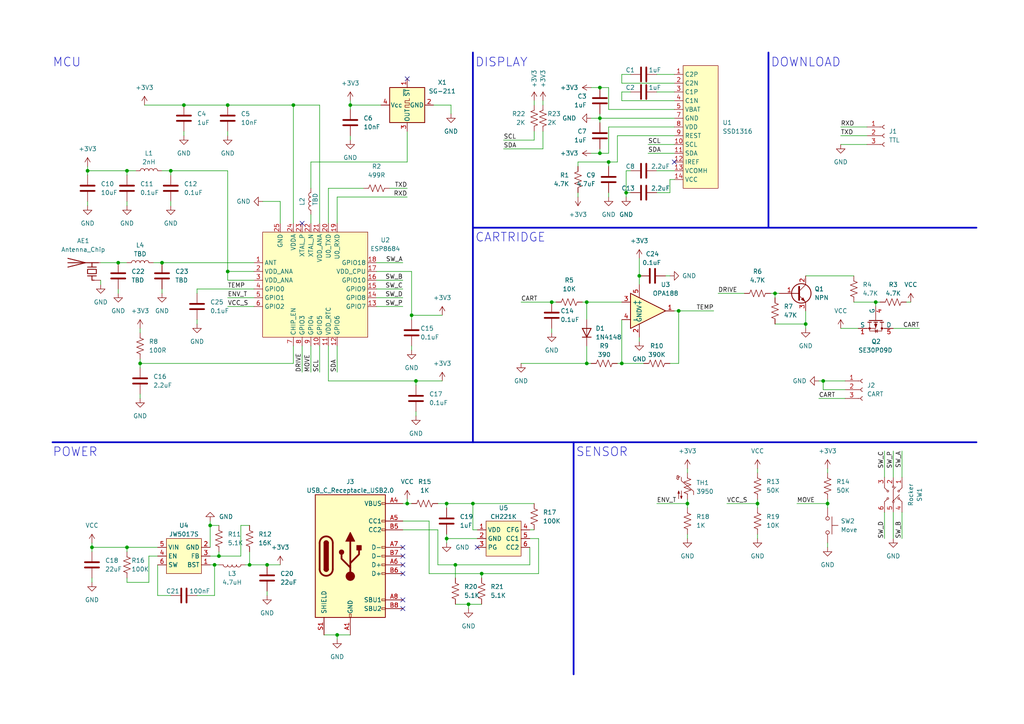
<source format=kicad_sch>
(kicad_sch (version 20221004) (generator eeschema)
  (paper "A4")
  (title_block (title "ESP PD210") (date "2022-07-28") (rev "Bata0") (company "LassiCat Organization") (comment 1 "Author: CharlieYu4994") (comment 2 "Original Work: 星宇智控"))
  (junction (at 199.39 146.05))
  (junction (at 219.71 146.05))
  (junction (at 238.76 110.49))
  (junction (at 72.39 163.83))
  (junction (at 25.4 49.53))
  (junction (at 139.7 166.37))
  (junction (at 233.68 93.98))
  (junction (at 97.79 184.15))
  (junction (at 63.5 161.29))
  (junction (at 34.29 76.2))
  (junction (at 135.89 175.26))
  (junction (at 49.53 49.53))
  (junction (at 137.16 146.05))
  (junction (at 36.83 158.75))
  (junction (at 181.61 55.88))
  (junction (at 46.99 76.2))
  (junction (at 36.83 49.53))
  (junction (at 170.18 87.63))
  (junction (at 132.08 163.83))
  (junction (at 173.99 25.4))
  (junction (at 240.03 146.05))
  (junction (at 118.11 146.05))
  (junction (at 254 87.63))
  (junction (at 62.23 163.83))
  (junction (at 173.99 44.45))
  (junction (at 160.02 87.63))
  (junction (at 196.85 90.17))
  (junction (at 120.65 110.49))
  (junction (at 101.6 30.48))
  (junction (at 77.47 163.83))
  (junction (at 26.67 158.75))
  (junction (at 129.54 146.05))
  (junction (at 60.96 152.4))
  (junction (at 40.64 105.41))
  (junction (at 85.09 30.48))
  (junction (at 170.18 105.41))
  (junction (at 129.54 156.21))
  (junction (at 173.99 34.29))
  (junction (at 66.04 78.74))
  (junction (at 185.42 80.01))
  (junction (at 119.38 91.44))
  (junction (at 66.04 30.48))
  (junction (at 53.34 30.48))
  (junction (at 176.53 46.99))
  (junction (at 180.34 105.41))
  (junction (at 224.79 85.09))
  (no_connect (at 118.11 22.86))
  (no_connect (at 116.84 158.75))
  (no_connect (at 195.58 46.99))
  (no_connect (at 138.43 158.75))
  (no_connect (at 87.63 64.77))
  (no_connect (at 116.84 176.53))
  (no_connect (at 116.84 173.99))
  (no_connect (at 116.84 166.37))
  (no_connect (at 116.84 163.83))
  (no_connect (at 116.84 161.29))
  (wire (pts (xy 170.18 105.41) (xy 171.45 105.41)))
  (wire (pts (xy 66.04 86.36) (xy 73.66 86.36)))
  (wire (pts (xy 129.54 157.48) (xy 129.54 156.21)))
  (wire (pts (xy 101.6 30.48) (xy 101.6 31.75)))
  (wire (pts (xy 240.03 144.78) (xy 240.03 146.05)))
  (wire (pts (xy 190.5 26.67) (xy 195.58 26.67)))
  (wire (pts (xy 254 87.63) (xy 255.27 87.63)))
  (wire (pts (xy 46.99 76.2) (xy 73.66 76.2)))
  (wire (pts (xy 71.12 163.83) (xy 72.39 163.83)))
  (wire (pts (xy 181.61 55.88) (xy 182.88 55.88)))
  (wire (pts (xy 224.79 85.09) (xy 226.06 85.09)))
  (wire (pts (xy 53.34 38.1) (xy 53.34 39.37)))
  (wire (pts (xy 69.85 152.4) (xy 72.39 152.4)))
  (wire (pts (xy 208.28 85.09) (xy 215.9 85.09)))
  (wire (pts (xy 132.08 175.26) (xy 135.89 175.26)))
  (polyline (pts (xy 15.24 128.27) (xy 166.37 128.27)) (stroke (width 0.5) (type solid)))
  (wire (pts (xy 176.53 36.83) (xy 176.53 44.45)))
  (wire (pts (xy 181.61 57.15) (xy 181.61 55.88)))
  (wire (pts (xy 43.18 168.91) (xy 43.18 161.29)))
  (wire (pts (xy 36.83 49.53) (xy 36.83 50.8)))
  (wire (pts (xy 40.64 104.14) (xy 40.64 105.41)))
  (wire (pts (xy 95.25 64.77) (xy 95.25 54.61)))
  (wire (pts (xy 179.07 105.41) (xy 180.34 105.41)))
  (wire (pts (xy 72.39 160.02) (xy 72.39 163.83)))
  (wire (pts (xy 182.88 49.53) (xy 181.61 49.53)))
  (wire (pts (xy 240.03 135.89) (xy 240.03 137.16)))
  (wire (pts (xy 129.54 146.05) (xy 137.16 146.05)))
  (wire (pts (xy 196.85 90.17) (xy 207.01 90.17)))
  (wire (pts (xy 101.6 30.48) (xy 110.49 30.48)))
  (wire (pts (xy 40.64 95.25) (xy 40.64 96.52)))
  (polyline (pts (xy 222.885 15.24) (xy 222.885 66.04)) (stroke (width 0.5) (type solid)))
  (wire (pts (xy 36.83 168.91) (xy 36.83 167.64)))
  (wire (pts (xy 170.18 87.63) (xy 180.34 87.63)))
  (wire (pts (xy 66.04 30.48) (xy 85.09 30.48)))
  (wire (pts (xy 173.99 35.56) (xy 173.99 34.29)))
  (wire (pts (xy 69.85 161.29) (xy 69.85 152.4)))
  (wire (pts (xy 73.66 81.28) (xy 66.04 81.28)))
  (wire (pts (xy 180.34 105.41) (xy 186.69 105.41)))
  (wire (pts (xy 90.17 100.33) (xy 90.17 107.95)))
  (wire (pts (xy 36.83 158.75) (xy 45.72 158.75)))
  (wire (pts (xy 119.38 91.44) (xy 119.38 78.74)))
  (wire (pts (xy 187.96 41.91) (xy 195.58 41.91)))
  (wire (pts (xy 116.84 76.2) (xy 109.22 76.2)))
  (wire (pts (xy 63.5 160.02) (xy 63.5 161.29)))
  (wire (pts (xy 39.37 49.53) (xy 36.83 49.53)))
  (wire (pts (xy 254 87.63) (xy 254 88.9)))
  (wire (pts (xy 119.38 92.71) (xy 119.38 91.44)))
  (wire (pts (xy 66.04 78.74) (xy 66.04 81.28)))
  (wire (pts (xy 109.22 86.36) (xy 116.84 86.36)))
  (wire (pts (xy 176.53 31.75) (xy 176.53 25.4)))
  (wire (pts (xy 156.21 156.21) (xy 156.21 166.37)))
  (wire (pts (xy 137.16 146.05) (xy 137.16 153.67)))
  (wire (pts (xy 173.99 44.45) (xy 176.53 44.45)))
  (wire (pts (xy 137.16 153.67) (xy 138.43 153.67)))
  (wire (pts (xy 154.94 29.21) (xy 154.94 30.48)))
  (wire (pts (xy 62.23 163.83) (xy 62.23 172.72)))
  (wire (pts (xy 120.65 110.49) (xy 128.27 110.49)))
  (wire (pts (xy 180.34 26.67) (xy 182.88 26.67)))
  (wire (pts (xy 194.31 80.01) (xy 193.04 80.01)))
  (wire (pts (xy 135.89 176.53) (xy 135.89 175.26)))
  (wire (pts (xy 190.5 146.05) (xy 199.39 146.05)))
  (wire (pts (xy 171.45 25.4) (xy 173.99 25.4)))
  (wire (pts (xy 129.54 147.32) (xy 129.54 146.05)))
  (wire (pts (xy 139.7 166.37) (xy 124.46 166.37)))
  (wire (pts (xy 36.83 59.69) (xy 36.83 58.42)))
  (wire (pts (xy 137.16 146.05) (xy 154.94 146.05)))
  (polyline (pts (xy 166.37 195.58) (xy 166.37 128.27)) (stroke (width 0.5) (type solid)))
  (wire (pts (xy 62.23 163.83) (xy 60.96 163.83)))
  (wire (pts (xy 125.73 30.48) (xy 130.81 30.48)))
  (wire (pts (xy 153.67 158.75) (xy 153.67 163.83)))
  (polyline (pts (xy 137.16 15.24) (xy 137.16 128.27)) (stroke (width 0.5) (type solid)))
  (wire (pts (xy 196.85 105.41) (xy 194.31 105.41)))
  (wire (pts (xy 25.4 48.26) (xy 25.4 49.53)))
  (wire (pts (xy 238.76 113.03) (xy 245.11 113.03)))
  (wire (pts (xy 243.84 36.83) (xy 251.46 36.83)))
  (wire (pts (xy 167.64 46.99) (xy 167.64 48.26)))
  (wire (pts (xy 57.15 92.71) (xy 57.15 93.98)))
  (wire (pts (xy 43.18 161.29) (xy 45.72 161.29)))
  (wire (pts (xy 176.53 55.88) (xy 176.53 57.15)))
  (wire (pts (xy 195.58 39.37) (xy 179.07 39.37)))
  (wire (pts (xy 95.25 54.61) (xy 105.41 54.61)))
  (wire (pts (xy 132.08 163.83) (xy 127 163.83)))
  (wire (pts (xy 119.38 101.6) (xy 119.38 100.33)))
  (wire (pts (xy 233.68 93.98) (xy 233.68 95.25)))
  (wire (pts (xy 139.7 167.64) (xy 139.7 166.37)))
  (wire (pts (xy 101.6 29.21) (xy 101.6 30.48)))
  (wire (pts (xy 154.94 40.64) (xy 154.94 38.1)))
  (wire (pts (xy 138.43 156.21) (xy 129.54 156.21)))
  (wire (pts (xy 118.11 146.05) (xy 116.84 146.05)))
  (wire (pts (xy 157.48 29.21) (xy 157.48 30.48)))
  (wire (pts (xy 90.17 46.99) (xy 118.11 46.99)))
  (wire (pts (xy 60.96 152.4) (xy 63.5 152.4)))
  (wire (pts (xy 219.71 135.89) (xy 219.71 137.16)))
  (wire (pts (xy 146.05 40.64) (xy 154.94 40.64)))
  (wire (pts (xy 53.34 30.48) (xy 66.04 30.48)))
  (wire (pts (xy 120.65 111.76) (xy 120.65 110.49)))
  (wire (pts (xy 118.11 38.1) (xy 118.11 46.99)))
  (wire (pts (xy 118.11 144.78) (xy 118.11 146.05)))
  (wire (pts (xy 194.31 52.07) (xy 194.31 55.88)))
  (wire (pts (xy 81.28 58.42) (xy 81.28 64.77)))
  (wire (pts (xy 43.18 168.91) (xy 36.83 168.91)))
  (wire (pts (xy 187.96 44.45) (xy 195.58 44.45)))
  (wire (pts (xy 130.81 30.48) (xy 130.81 33.02)))
  (wire (pts (xy 190.5 21.59) (xy 195.58 21.59)))
  (wire (pts (xy 119.38 91.44) (xy 128.27 91.44)))
  (wire (pts (xy 185.42 97.79) (xy 185.42 99.06)))
  (wire (pts (xy 238.76 110.49) (xy 238.76 113.03)))
  (wire (pts (xy 219.71 147.32) (xy 219.71 146.05)))
  (wire (pts (xy 256.54 130.81) (xy 256.54 138.43)))
  (wire (pts (xy 173.99 34.29) (xy 195.58 34.29)))
  (wire (pts (xy 195.58 52.07) (xy 194.31 52.07)))
  (wire (pts (xy 40.64 115.57) (xy 40.64 114.3)))
  (wire (pts (xy 26.67 157.48) (xy 26.67 158.75)))
  (wire (pts (xy 170.18 87.63) (xy 168.91 87.63)))
  (wire (pts (xy 233.68 90.17) (xy 233.68 93.98)))
  (wire (pts (xy 219.71 146.05) (xy 219.71 144.78)))
  (wire (pts (xy 224.79 85.09) (xy 224.79 86.36)))
  (wire (pts (xy 109.22 83.82) (xy 116.84 83.82)))
  (wire (pts (xy 237.49 110.49) (xy 238.76 110.49)))
  (wire (pts (xy 170.18 87.63) (xy 170.18 92.71)))
  (wire (pts (xy 77.47 171.45) (xy 77.47 172.72)))
  (wire (pts (xy 167.64 46.99) (xy 176.53 46.99)))
  (wire (pts (xy 185.42 74.93) (xy 185.42 80.01)))
  (wire (pts (xy 29.21 81.28) (xy 29.21 82.55)))
  (wire (pts (xy 57.15 172.72) (xy 62.23 172.72)))
  (wire (pts (xy 153.67 153.67) (xy 154.94 153.67)))
  (wire (pts (xy 135.89 175.26) (xy 139.7 175.26)))
  (wire (pts (xy 173.99 25.4) (xy 176.53 25.4)))
  (wire (pts (xy 57.15 85.09) (xy 57.15 83.82)))
  (wire (pts (xy 146.05 43.18) (xy 157.48 43.18)))
  (wire (pts (xy 171.45 34.29) (xy 173.99 34.29)))
  (wire (pts (xy 26.67 158.75) (xy 36.83 158.75)))
  (wire (pts (xy 25.4 50.8) (xy 25.4 49.53)))
  (wire (pts (xy 180.34 21.59) (xy 182.88 21.59)))
  (wire (pts (xy 93.98 184.15) (xy 97.79 184.15)))
  (wire (pts (xy 170.18 100.33) (xy 170.18 105.41)))
  (wire (pts (xy 46.99 49.53) (xy 49.53 49.53)))
  (wire (pts (xy 176.53 46.99) (xy 176.53 48.26)))
  (wire (pts (xy 85.09 100.33) (xy 85.09 105.41)))
  (wire (pts (xy 109.22 81.28) (xy 116.84 81.28)))
  (wire (pts (xy 97.79 57.15) (xy 118.11 57.15)))
  (wire (pts (xy 49.53 59.69) (xy 49.53 58.42)))
  (wire (pts (xy 97.79 184.15) (xy 97.79 185.42)))
  (wire (pts (xy 72.39 163.83) (xy 77.47 163.83)))
  (polyline (pts (xy 283.21 66.04) (xy 137.16 66.04)) (stroke (width 0.5) (type solid)))
  (wire (pts (xy 124.46 166.37) (xy 124.46 151.13)))
  (wire (pts (xy 196.85 90.17) (xy 196.85 105.41)))
  (wire (pts (xy 199.39 156.21) (xy 199.39 154.94)))
  (wire (pts (xy 210.82 146.05) (xy 219.71 146.05)))
  (wire (pts (xy 223.52 85.09) (xy 224.79 85.09)))
  (wire (pts (xy 176.53 46.99) (xy 179.07 46.99)))
  (wire (pts (xy 180.34 24.13) (xy 195.58 24.13)))
  (wire (pts (xy 41.91 30.48) (xy 53.34 30.48)))
  (wire (pts (xy 151.13 87.63) (xy 160.02 87.63)))
  (wire (pts (xy 199.39 135.89) (xy 199.39 137.16)))
  (wire (pts (xy 120.65 120.65) (xy 120.65 119.38)))
  (wire (pts (xy 66.04 49.53) (xy 66.04 78.74)))
  (wire (pts (xy 160.02 96.52) (xy 160.02 95.25)))
  (wire (pts (xy 124.46 151.13) (xy 116.84 151.13)))
  (wire (pts (xy 259.08 156.21) (xy 259.08 148.59)))
  (wire (pts (xy 176.53 36.83) (xy 195.58 36.83)))
  (wire (pts (xy 171.45 44.45) (xy 173.99 44.45)))
  (wire (pts (xy 44.45 76.2) (xy 46.99 76.2)))
  (wire (pts (xy 25.4 59.69) (xy 25.4 58.42)))
  (wire (pts (xy 129.54 156.21) (xy 129.54 154.94)))
  (wire (pts (xy 167.64 55.88) (xy 167.64 57.15)))
  (wire (pts (xy 49.53 49.53) (xy 66.04 49.53)))
  (wire (pts (xy 180.34 29.21) (xy 195.58 29.21)))
  (wire (pts (xy 92.71 100.33) (xy 92.71 107.95)))
  (wire (pts (xy 153.67 163.83) (xy 132.08 163.83)))
  (wire (pts (xy 34.29 85.09) (xy 34.29 83.82)))
  (wire (pts (xy 49.53 49.53) (xy 49.53 50.8)))
  (wire (pts (xy 243.84 95.25) (xy 248.92 95.25)))
  (wire (pts (xy 179.07 39.37) (xy 179.07 46.99)))
  (wire (pts (xy 231.14 146.05) (xy 240.03 146.05)))
  (wire (pts (xy 181.61 49.53) (xy 181.61 55.88)))
  (wire (pts (xy 60.96 161.29) (xy 63.5 161.29)))
  (wire (pts (xy 77.47 163.83) (xy 81.28 163.83)))
  (wire (pts (xy 90.17 62.23) (xy 90.17 64.77)))
  (wire (pts (xy 151.13 105.41) (xy 170.18 105.41)))
  (wire (pts (xy 261.62 130.81) (xy 261.62 138.43)))
  (wire (pts (xy 63.5 161.29) (xy 69.85 161.29)))
  (wire (pts (xy 176.53 31.75) (xy 195.58 31.75)))
  (wire (pts (xy 195.58 90.17) (xy 196.85 90.17)))
  (wire (pts (xy 116.84 88.9) (xy 109.22 88.9)))
  (wire (pts (xy 194.31 55.88) (xy 190.5 55.88)))
  (wire (pts (xy 57.15 83.82) (xy 73.66 83.82)))
  (wire (pts (xy 156.21 166.37) (xy 139.7 166.37)))
  (wire (pts (xy 127 163.83) (xy 127 153.67)))
  (wire (pts (xy 66.04 78.74) (xy 73.66 78.74)))
  (wire (pts (xy 238.76 110.49) (xy 245.11 110.49)))
  (wire (pts (xy 92.71 30.48) (xy 85.09 30.48)))
  (wire (pts (xy 264.16 87.63) (xy 262.89 87.63)))
  (wire (pts (xy 243.84 41.91) (xy 251.46 41.91)))
  (wire (pts (xy 240.03 146.05) (xy 240.03 147.32)))
  (wire (pts (xy 45.72 163.83) (xy 45.72 172.72)))
  (wire (pts (xy 173.99 33.02) (xy 173.99 34.29)))
  (wire (pts (xy 160.02 87.63) (xy 161.29 87.63)))
  (wire (pts (xy 247.65 87.63) (xy 254 87.63)))
  (wire (pts (xy 153.67 156.21) (xy 156.21 156.21)))
  (wire (pts (xy 190.5 49.53) (xy 195.58 49.53)))
  (wire (pts (xy 101.6 40.64) (xy 101.6 39.37)))
  (wire (pts (xy 40.64 105.41) (xy 85.09 105.41)))
  (wire (pts (xy 185.42 80.01) (xy 185.42 82.55)))
  (wire (pts (xy 259.08 130.81) (xy 259.08 138.43)))
  (wire (pts (xy 63.5 163.83) (xy 62.23 163.83)))
  (wire (pts (xy 261.62 148.59) (xy 261.62 156.21)))
  (wire (pts (xy 132.08 167.64) (xy 132.08 163.83)))
  (wire (pts (xy 180.34 24.13) (xy 180.34 21.59)))
  (wire (pts (xy 180.34 26.67) (xy 180.34 29.21)))
  (wire (pts (xy 237.49 115.57) (xy 245.11 115.57)))
  (wire (pts (xy 66.04 88.9) (xy 73.66 88.9)))
  (wire (pts (xy 119.38 146.05) (xy 118.11 146.05)))
  (wire (pts (xy 180.34 92.71) (xy 180.34 105.41)))
  (wire (pts (xy 46.99 85.09) (xy 46.99 83.82)))
  (wire (pts (xy 157.48 43.18) (xy 157.48 38.1)))
  (wire (pts (xy 60.96 152.4) (xy 60.96 158.75)))
  (wire (pts (xy 95.25 100.33) (xy 95.25 110.49)))
  (wire (pts (xy 219.71 156.21) (xy 219.71 154.94)))
  (wire (pts (xy 240.03 158.75) (xy 240.03 157.48)))
  (wire (pts (xy 45.72 172.72) (xy 49.53 172.72)))
  (wire (pts (xy 90.17 54.61) (xy 90.17 46.99)))
  (wire (pts (xy 243.84 39.37) (xy 251.46 39.37)))
  (wire (pts (xy 224.79 93.98) (xy 233.68 93.98)))
  (wire (pts (xy 97.79 100.33) (xy 97.79 107.95)))
  (wire (pts (xy 199.39 147.32) (xy 199.39 146.05)))
  (wire (pts (xy 85.09 30.48) (xy 85.09 64.77)))
  (wire (pts (xy 97.79 184.15) (xy 101.6 184.15)))
  (wire (pts (xy 97.79 64.77) (xy 97.79 57.15)))
  (wire (pts (xy 109.22 78.74) (xy 119.38 78.74)))
  (wire (pts (xy 173.99 44.45) (xy 173.99 43.18)))
  (wire (pts (xy 34.29 76.2) (xy 36.83 76.2)))
  (wire (pts (xy 95.25 110.49) (xy 120.65 110.49)))
  (wire (pts (xy 60.96 151.13) (xy 60.96 152.4)))
  (polyline (pts (xy 283.21 128.27) (xy 166.37 128.27)) (stroke (width 0.5) (type solid)))
  (wire (pts (xy 29.21 76.2) (xy 34.29 76.2)))
  (wire (pts (xy 87.63 100.33) (xy 87.63 107.95)))
  (wire (pts (xy 113.03 54.61) (xy 118.11 54.61)))
  (wire (pts (xy 127 146.05) (xy 129.54 146.05)))
  (wire (pts (xy 26.67 168.91) (xy 26.67 167.64)))
  (wire (pts (xy 36.83 160.02) (xy 36.83 158.75)))
  (wire (pts (xy 92.71 64.77) (xy 92.71 30.48)))
  (wire (pts (xy 76.2 58.42) (xy 81.28 58.42)))
  (wire (pts (xy 259.08 95.25) (xy 266.7 95.25)))
  (wire (pts (xy 26.67 160.02) (xy 26.67 158.75)))
  (wire (pts (xy 25.4 49.53) (xy 36.83 49.53)))
  (wire (pts (xy 40.64 106.68) (xy 40.64 105.41)))
  (wire (pts (xy 233.68 80.01) (xy 247.65 80.01)))
  (wire (pts (xy 116.84 153.67) (xy 127 153.67)))
  (wire (pts (xy 256.54 148.59) (xy 256.54 156.21)))
  (wire (pts (xy 66.04 38.1) (xy 66.04 39.37)))
  (wire (pts (xy 199.39 146.05) (xy 199.39 144.78)))
  (text "POWER" (at 15.24 132.715 0) (effects (font (size 2.54 2.54)) (justify left bottom)))
  (text "DOWNLOAD" (at 223.52 19.685 0) (effects (font (size 2.54 2.54)) (justify left bottom)))
  (text "DISPLAY" (at 137.795 19.685 0) (effects (font (size 2.54 2.54)) (justify left bottom)))
  (text "CARTRIDGE" (at 137.795 70.485 0) (effects (font (size 2.54 2.54)) (justify left bottom)))
  (text "SENSOR" (at 167.005 132.715 0) (effects (font (size 2.54 2.54)) (justify left bottom)))
  (text "MCU" (at 15.24 19.685 0) (effects (font (size 2.54 2.54)) (justify left bottom)))
  (label "TEMP" (at 207.01 90.17 180))
  (label "SCL" (at 187.96 41.91 0))
  (label "MOVE" (at 90.17 107.95 90))
  (label "SW_A" (at 261.62 130.81 270))
  (label "ENV_T" (at 66.04 86.36 0))
  (label "TXD" (at 243.84 39.37 0))
  (label "SW_B" (at 116.84 81.28 180))
  (label "CART" (at 237.49 115.57 0))
  (label "SW_A" (at 116.84 76.2 180))
  (label "SW_P" (at 259.08 130.81 270))
  (label "MOVE" (at 231.14 146.05 0))
  (label "TXD" (at 118.11 54.61 180))
  (label "SW_C" (at 256.54 130.81 270))
  (label "DRIVE" (at 208.28 85.09 0))
  (label "SW_B" (at 261.62 156.21 90))
  (label "ENV_T" (at 190.5 146.05 0))
  (label "VCC_S" (at 210.82 146.05 0))
  (label "SW_D" (at 256.54 156.21 90))
  (label "TEMP" (at 66.04 83.82 0))
  (label "RXD" (at 118.11 57.15 180))
  (label "CART" (at 151.13 87.63 0))
  (label "CART" (at 266.7 95.25 180))
  (label "SW_C" (at 116.84 83.82 180))
  (label "SW_D" (at 116.84 86.36 180))
  (label "RXD" (at 243.84 36.83 0))
  (label "VCC_S" (at 66.04 88.9 0))
  (label "SDA" (at 97.79 107.95 90))
  (label "DRIVE" (at 87.63 107.95 90))
  (label "SW_P" (at 116.84 88.9 180))
  (label "SDA" (at 146.05 43.18 0))
  (label "SDA" (at 187.96 44.45 0))
  (label "SCL" (at 92.71 107.95 90))
  (label "SCL" (at 146.05 40.64 0))
  (symbol (lib_id "power:+3V3") (at 157.48 29.21 0) (unit 1)
    (property "Reference" "#PWR057" (effects hide))
    (property "Value" "+3V3" (at 157.48 22.86 90))
  )
  (symbol (lib_id "Device:C") (at 46.99 80.01 0) (unit 1)
    (property "Reference" "C23" (at 50.8 78.7399 0) (effects (justify left)))
    (property "Value" "TBD" (at 50.8 81.2799 0) (effects (justify left)))
    (property "Footprint" "Capacitor_SMD:C_0402_1005Metric" (effects hide))
  )
  (symbol (lib_id "Device:R_US") (at 175.26 105.41 90) (unit 1)
    (property "Reference" "R9" (at 175.26 100.33 90))
    (property "Value" "390" (at 175.26 102.87 90))
    (property "Footprint" "Resistor_SMD:R_0402_1005Metric" (effects hide))
  )
  (symbol (lib_id "Connector:USB_C_Receptacle_USB2.0") (at 101.6 161.29 0) (unit 1)
    (property "Reference" "J3" (at 101.6 139.7 0))
    (property "Value" "USB_C_Receptacle_USB2.0" (at 101.6 142.24 0))
    (property "Footprint" "Connector_USB:USB_C_Receptacle_HRO_TYPE-C-31-M-12" (effects hide))
    (property "Datasheet" "https://www.usb.org/sites/default/files/documents/usb_type-c.zip" (effects hide))
  )
  (symbol (lib_id "Device:C") (at 173.99 39.37 0) (mirror x) (unit 1)
    (property "Reference" "C7" (at 170.18 38.0999 0) (effects (justify right)))
    (property "Value" "1uF" (at 170.18 40.6399 0) (effects (justify right)))
    (property "Footprint" "Capacitor_SMD:C_0402_1005Metric" (effects hide))
  )
  (symbol (lib_id "power:GND") (at 171.45 34.29 270) (unit 1)
    (property "Reference" "#PWR05" (effects hide))
    (property "Value" "GND" (at 165.1 34.29 90))
  )
  (symbol (lib_id "Device:R_US") (at 240.03 140.97 0) (unit 1)
    (property "Reference" "R14" (at 242.57 139.6999 0) (effects (justify left)))
    (property "Value" "50K" (at 242.57 142.2399 0) (effects (justify left)))
    (property "Footprint" "Resistor_SMD:R_0402_1005Metric" (effects hide))
  )
  (symbol (lib_id "Device:R_US") (at 219.71 151.13 0) (unit 1)
    (property "Reference" "R19" (at 222.25 149.8599 0) (effects (justify left)))
    (property "Value" "10K" (at 222.25 152.3999 0) (effects (justify left)))
    (property "Footprint" "Resistor_SMD:R_0402_1005Metric" (effects hide))
  )
  (symbol (lib_id "power:GND") (at 135.89 176.53 0) (unit 1)
    (property "Reference" "#PWR053" (effects hide))
    (property "Value" "GND" (at 135.89 181.61 0))
  )
  (symbol (lib_id "power:VCC") (at 243.84 95.25 0) (mirror y) (unit 1)
    (property "Reference" "#PWR0101" (effects hide))
    (property "Value" "VCC" (at 243.84 90.17 0))
  )
  (symbol (lib_id "power:GND") (at 29.21 82.55 0) (unit 1)
    (property "Reference" "#PWR021" (effects hide))
    (property "Value" "GND" (at 29.21 87.63 0))
  )
  (symbol (lib_id "power:GND") (at 66.04 39.37 0) (unit 1)
    (property "Reference" "#PWR07" (effects hide))
    (property "Value" "GND" (at 66.04 44.45 0))
  )
  (symbol (lib_id "power:+3V3") (at 41.91 30.48 0) (unit 1)
    (property "Reference" "#PWR03" (effects hide))
    (property "Value" "+3V3" (at 41.91 25.4 0))
  )
  (symbol (lib_id "Device:R_US") (at 139.7 171.45 0) (unit 1)
    (property "Reference" "R21" (at 142.24 170.1799 0) (effects (justify left)))
    (property "Value" "5.1K" (at 142.24 172.7199 0) (effects (justify left)))
    (property "Footprint" "Resistor_SMD:R_0402_1005Metric" (effects hide))
  )
  (symbol (lib_id "power:GND") (at 57.15 93.98 0) (unit 1)
    (property "Reference" "#PWR033" (effects hide))
    (property "Value" "GND" (at 57.15 99.06 0))
  )
  (symbol (lib_id "power:GND") (at 243.84 41.91 0) (unit 1)
    (property "Reference" "#PWR09" (effects hide))
    (property "Value" "GND" (at 243.84 46.99 0))
  )
  (symbol (lib_id "power:GND") (at 53.34 39.37 0) (unit 1)
    (property "Reference" "#PWR06" (effects hide))
    (property "Value" "GND" (at 53.34 44.45 0))
  )
  (symbol (lib_id "power:+3V3") (at 25.4 48.26 0) (unit 1)
    (property "Reference" "#PWR011" (effects hide))
    (property "Value" "+3V3" (at 25.4 43.18 0))
  )
  (symbol (lib_id "power:VCC") (at 118.11 144.78 0) (unit 1)
    (property "Reference" "#PWR042" (effects hide))
    (property "Value" "VCC" (at 118.11 139.7 0))
  )
  (symbol (lib_id "power:GND") (at 129.54 157.48 0) (unit 1)
    (property "Reference" "#PWR049" (effects hide))
    (property "Value" "GND" (at 132.08 158.7499 0) (effects (justify left)))
  )
  (symbol (lib_id "Device:C") (at 53.34 34.29 0) (unit 1)
    (property "Reference" "C4" (at 57.15 33.0199 0) (effects (justify left)))
    (property "Value" "1uF" (at 57.15 35.5599 0) (effects (justify left)))
    (property "Footprint" "Capacitor_SMD:C_0402_1005Metric" (effects hide))
  )
  (symbol (lib_id "power:GND") (at 34.29 85.09 0) (unit 1)
    (property "Reference" "#PWR023" (effects hide))
    (property "Value" "GND" (at 34.29 90.17 0))
  )
  (symbol (lib_id "Device:C") (at 120.65 115.57 0) (unit 1)
    (property "Reference" "C17" (at 124.46 114.2999 0) (effects (justify left)))
    (property "Value" "0.1uF" (at 124.46 116.8399 0) (effects (justify left)))
    (property "Footprint" "Capacitor_SMD:C_0402_1005Metric" (effects hide))
  )
  (symbol (lib_id "Device:C") (at 173.99 29.21 0) (mirror x) (unit 1)
    (property "Reference" "C3" (at 170.18 27.9399 0) (effects (justify right)))
    (property "Value" "1uF" (at 170.18 30.4799 0) (effects (justify right)))
    (property "Footprint" "Capacitor_SMD:C_0402_1005Metric" (effects hide))
  )
  (symbol (lib_id "power:GND") (at 101.6 40.64 0) (unit 1)
    (property "Reference" "#PWR08" (effects hide))
    (property "Value" "GND" (at 101.6 45.72 0))
  )
  (symbol (lib_id "Device:R_US") (at 259.08 87.63 270) (unit 1)
    (property "Reference" "R3" (at 259.08 82.55 90))
    (property "Value" "4.7K" (at 259.08 85.09 90))
    (property "Footprint" "Resistor_SMD:R_0402_1005Metric" (effects hide))
  )
  (symbol (lib_id "power:GND") (at 97.79 185.42 0) (unit 1)
    (property "Reference" "#PWR054" (effects hide))
    (property "Value" "GND" (at 97.79 190.5 0))
  )
  (symbol (lib_id "Device:L") (at 43.18 49.53 90) (unit 1)
    (property "Reference" "L1" (at 43.18 44.45 90))
    (property "Value" "2nH" (at 43.18 46.99 90))
    (property "Footprint" "Inductor_SMD:L_0402_1005Metric" (effects hide))
  )
  (symbol (lib_id "Device:R_US") (at 157.48 34.29 0) (mirror x) (unit 1)
    (property "Reference" "R23" (at 158.75 33.02 0) (effects (justify left)))
    (property "Value" "2K" (at 158.75 35.56 0) (effects (justify left)))
    (property "Footprint" "Resistor_SMD:R_0402_1005Metric" (effects hide))
  )
  (symbol (lib_id "power:VCC") (at 219.71 135.89 0) (unit 1)
    (property "Reference" "#PWR039" (effects hide))
    (property "Value" "VCC" (at 219.71 130.81 0))
  )
  (symbol (lib_id "power:GND") (at 25.4 59.69 0) (unit 1)
    (property "Reference" "#PWR016" (effects hide))
    (property "Value" "GND" (at 25.4 64.77 0))
  )
  (symbol (lib_id "power:+3V3") (at 167.64 57.15 180) (unit 1)
    (property "Reference" "#PWR012" (effects hide))
    (property "Value" "+3V3" (at 167.64 62.23 0))
  )
  (symbol (lib_id "power:GND") (at 181.61 57.15 0) (unit 1)
    (property "Reference" "#PWR014" (effects hide))
    (property "Value" "GND" (at 181.61 62.23 0))
  )
  (symbol (lib_id "Device:R_US") (at 199.39 151.13 0) (unit 1)
    (property "Reference" "R18" (at 201.93 149.8599 0) (effects (justify left)))
    (property "Value" "1K" (at 201.93 152.3999 0) (effects (justify left)))
    (property "Footprint" "Resistor_SMD:R_0402_1005Metric" (effects hide))
  )
  (symbol (lib_id "power:GND") (at 237.49 110.49 270) (unit 1)
    (property "Reference" "#PWR0102" (effects hide))
    (property "Value" "GND" (at 229.87 110.49 90) (effects (justify left)))
  )
  (symbol (lib_id "Switch:SW_Push") (at 240.03 152.4 270) (unit 1)
    (property "Reference" "SW2" (at 243.84 151.1299 90) (effects (justify left)))
    (property "Value" "Move" (at 243.84 153.6699 90) (effects (justify left)))
    (property "Footprint" "Library:X160" (effects hide))
  )
  (symbol (lib_id "power:GND") (at 49.53 59.69 0) (unit 1)
    (property "Reference" "#PWR018" (effects hide))
    (property "Value" "GND" (at 49.53 64.77 0))
  )
  (symbol (lib_id "Device:C") (at 160.02 91.44 0) (unit 1)
    (property "Reference" "C14" (at 162.56 90.1699 0) (effects (justify left)))
    (property "Value" "0.1uF" (at 162.56 92.7099 0) (effects (justify left)))
    (property "Footprint" "Capacitor_SMD:C_0402_1005Metric" (effects hide))
  )
  (symbol (lib_id "Device:R_US") (at 123.19 146.05 270) (unit 1)
    (property "Reference" "R15" (at 123.19 139.7 90))
    (property "Value" "1K" (at 123.19 142.24 90))
    (property "Footprint" "Resistor_SMD:R_0402_1005Metric" (effects hide))
  )
  (symbol (lib_id "Connector:Conn_01x03_Female") (at 256.54 39.37 0) (unit 1)
    (property "Reference" "J1" (at 257.81 38.0999 0) (effects (justify left)))
    (property "Value" "TTL" (at 257.81 40.6399 0) (effects (justify left)))
    (property "Footprint" "Library:TTL" (effects hide))
  )
  (symbol (lib_id "Device:D") (at 170.18 96.52 90) (unit 1)
    (property "Reference" "D1" (at 172.72 95.2499 90) (effects (justify right)))
    (property "Value" "1N4148" (at 172.72 97.7899 90) (effects (justify right)))
    (property "Footprint" "Diode_SMD:D_SOD-323" (effects hide))
  )
  (symbol (lib_id "Device:C") (at 26.67 163.83 0) (unit 1)
    (property "Reference" "C18" (at 30.48 162.5599 0) (effects (justify left)))
    (property "Value" "22uF" (at 30.48 165.0999 0) (effects (justify left)))
    (property "Footprint" "Capacitor_SMD:C_0402_1005Metric" (effects hide))
  )
  (symbol (lib_id "Device:Antenna_Chip") (at 26.67 78.74 90) (unit 1)
    (property "Reference" "AE1" (at 24.13 69.85 90))
    (property "Value" "Antenna_Chip" (at 24.13 72.39 90))
    (property "Footprint" "Library:C01" (effects hide))
  )
  (symbol (lib_id "Device:C") (at 176.53 52.07 0) (mirror x) (unit 1)
    (property "Reference" "C9" (at 172.72 50.7999 0) (effects (justify right)))
    (property "Value" "4.7uF" (at 172.72 53.3399 0) (effects (justify right)))
    (property "Footprint" "Capacitor_SMD:C_0402_1005Metric" (effects hide))
  )
  (symbol (lib_id "power:GND") (at 199.39 156.21 0) (unit 1)
    (property "Reference" "#PWR045" (effects hide))
    (property "Value" "GND" (at 199.39 161.29 0))
  )
  (symbol (lib_id "Device:R_US") (at 40.64 100.33 0) (unit 1)
    (property "Reference" "R8" (at 43.18 99.0599 0) (effects (justify left)))
    (property "Value" "100R" (at 43.18 101.5999 0) (effects (justify left)))
    (property "Footprint" "Resistor_SMD:R_0402_1005Metric" (effects hide))
  )
  (symbol (lib_id "Device:C") (at 189.23 80.01 90) (unit 1)
    (property "Reference" "C24" (at 189.23 73.66 90))
    (property "Value" "0.1uF" (at 191.77 76.2 90) (effects (justify left)))
    (property "Footprint" "Capacitor_SMD:C_0402_1005Metric" (effects hide))
  )
  (symbol (lib_id "Device:C") (at 186.69 55.88 90) (unit 1)
    (property "Reference" "C13" (at 184.15 54.61 90) (effects (justify left)))
    (property "Value" "2.2uF" (at 194.31 54.61 90) (effects (justify left)))
    (property "Footprint" "Capacitor_SMD:C_0402_1005Metric" (effects hide))
  )
  (symbol (lib_id "power:GND") (at 60.96 151.13 180) (unit 1)
    (property "Reference" "#PWR037" (effects hide))
    (property "Value" "GND" (at 63.5 149.8599 0) (effects (justify right)))
  )
  (symbol (lib_id "power:+3V3") (at 171.45 44.45 90) (unit 1)
    (property "Reference" "#PWR010" (effects hide))
    (property "Value" "+3V3" (at 165.1 44.45 90))
  )
  (symbol (lib_id "power:GND") (at 36.83 59.69 0) (unit 1)
    (property "Reference" "#PWR017" (effects hide))
    (property "Value" "GND" (at 36.83 64.77 0))
  )
  (symbol (lib_id "Device:C") (at 129.54 151.13 0) (unit 1)
    (property "Reference" "C19" (at 133.35 149.86 0) (effects (justify left)))
    (property "Value" "1uF" (at 133.35 152.4 0) (effects (justify left)))
    (property "Footprint" "Capacitor_SMD:C_0402_1005Metric" (effects hide))
  )
  (symbol (lib_id "Library:SE30P09D") (at 254 92.71 270) (unit 1)
    (property "Reference" "Q2" (at 252.73 99.06 90) (effects (justify left)))
    (property "Value" "SE30P09D" (at 248.92 101.6 90) (effects (justify left)))
    (property "Footprint" "Package_DFN_QFN:DFN-8-1EP_3x3mm_P0.5mm_EP1.66x2.38mm" (effects hide))
  )
  (symbol (lib_id "Library:ESP8684") (at 91.44 82.55 0) (unit 1)
    (property "Reference" "U2" (at 111.76 69.6212 0))
    (property "Value" "ESP8684" (at 111.76 72.1612 0))
    (property "Footprint" "Package_DFN_QFN:QFN-24-1EP_4x4mm_P0.5mm_EP2.7x2.7mm" (effects hide))
  )
  (symbol (lib_id "Device:C") (at 25.4 54.61 0) (unit 1)
    (property "Reference" "C10" (at 29.21 53.3399 0) (effects (justify left)))
    (property "Value" "10uF" (at 29.21 55.8799 0) (effects (justify left)))
    (property "Footprint" "Capacitor_SMD:C_0402_1005Metric" (effects hide))
  )
  (symbol (lib_id "Library:SSD1316") (at 203.2 36.83 0) (unit 1)
    (property "Reference" "U1" (at 209.55 35.5599 0) (effects (justify left)))
    (property "Value" "SSD1316" (at 209.55 38.0999 0) (effects (justify left)))
    (property "Footprint" "Library:Display_FPC" (effects hide))
  )
  (symbol (lib_id "Connector:Conn_01x03_Female") (at 250.19 113.03 0) (unit 1)
    (property "Reference" "J2" (at 251.46 111.7599 0) (effects (justify left)))
    (property "Value" "CART" (at 251.46 114.2999 0) (effects (justify left)))
    (property "Footprint" "Library:JBC210" (effects hide))
  )
  (symbol (lib_id "power:GND") (at 77.47 172.72 0) (unit 1)
    (property "Reference" "#PWR048" (effects hide))
    (property "Value" "GND" (at 77.47 177.8 0))
  )
  (symbol (lib_id "Device:R_US") (at 36.83 163.83 0) (unit 1)
    (property "Reference" "R16" (at 38.1 162.56 0) (effects (justify left)))
    (property "Value" "100K" (at 38.1 165.1 0) (effects (justify left)))
    (property "Footprint" "Resistor_SMD:R_0402_1005Metric" (effects hide))
  )
  (symbol (lib_id "power:GND") (at 194.31 80.01 90) (unit 1)
    (property "Reference" "#PWR019" (effects hide))
    (property "Value" "GND" (at 201.93 80.01 90) (effects (justify left)))
  )
  (symbol (lib_id "Library:Rocker") (at 259.08 143.51 270) (unit 1)
    (property "Reference" "SW1" (at 266.7 143.51 0))
    (property "Value" "Rocker" (at 264.16 143.51 0))
    (property "Footprint" "Library:7*7*6-6P_WX" (effects hide))
  )
  (symbol (lib_id "Device:C") (at 77.47 167.64 0) (unit 1)
    (property "Reference" "C20" (at 81.28 166.3699 0) (effects (justify left)))
    (property "Value" "22uF" (at 81.28 168.9099 0) (effects (justify left)))
    (property "Footprint" "Capacitor_SMD:C_0402_1005Metric" (effects hide))
  )
  (symbol (lib_id "Device:C") (at 34.29 80.01 0) (unit 1)
    (property "Reference" "C22" (at 38.1 78.7399 0) (effects (justify left)))
    (property "Value" "TBD" (at 38.1 81.2799 0) (effects (justify left)))
    (property "Footprint" "Capacitor_SMD:C_0402_1005Metric" (effects hide))
  )
  (symbol (lib_id "Library:CH221K") (at 146.05 156.21 0) (unit 1)
    (property "Reference" "U5" (at 146.05 147.32 0))
    (property "Value" "CH221K" (at 146.05 149.86 0))
    (property "Footprint" "Package_TO_SOT_SMD:SOT-23-6" (effects hide))
  )
  (symbol (lib_id "power:+3V3") (at 40.64 95.25 0) (unit 1)
    (property "Reference" "#PWR025" (effects hide))
    (property "Value" "+3V3" (at 40.64 90.17 0))
  )
  (symbol (lib_id "Device:C") (at 53.34 172.72 90) (unit 1)
    (property "Reference" "C21" (at 52.07 171.45 90) (effects (justify left)))
    (property "Value" "100nF" (at 60.96 171.45 90) (effects (justify left)))
    (property "Footprint" "Capacitor_SMD:C_0402_1005Metric" (effects hide))
  )
  (symbol (lib_id "Device:L") (at 90.17 58.42 180) (unit 1)
    (property "Reference" "L2" (at 87.63 59.69 90) (effects (justify right)))
    (property "Value" "TBD" (at 91.44 59.6899 90) (effects (justify right)))
    (property "Footprint" "Inductor_SMD:L_0402_1005Metric" (effects hide))
  )
  (symbol (lib_id "Device:R_US") (at 109.22 54.61 90) (unit 1)
    (property "Reference" "R2" (at 109.22 48.26 90))
    (property "Value" "499R" (at 109.22 50.8 90))
    (property "Footprint" "Resistor_SMD:R_0402_1005Metric" (effects hide))
  )
  (symbol (lib_id "Device:C") (at 40.64 110.49 0) (unit 1)
    (property "Reference" "C16" (at 44.45 109.2199 0) (effects (justify left)))
    (property "Value" "2.2uF" (at 44.45 111.7599 0) (effects (justify left)))
    (property "Footprint" "Capacitor_SMD:C_0402_1005Metric" (effects hide))
  )
  (symbol (lib_id "power:GND") (at 26.67 168.91 0) (unit 1)
    (property "Reference" "#PWR044" (effects hide))
    (property "Value" "GND" (at 26.67 173.99 0))
  )
  (symbol (lib_id "power:GND") (at 76.2 58.42 270) (unit 1)
    (property "Reference" "#PWR015" (effects hide))
    (property "Value" "GND" (at 68.58 58.42 90) (effects (justify left)))
  )
  (symbol (lib_id "power:+3V3") (at 128.27 110.49 0) (unit 1)
    (property "Reference" "#PWR032" (effects hide))
    (property "Value" "+3V3" (at 128.27 105.41 0))
  )
  (symbol (lib_id "power:GND") (at 240.03 158.75 0) (unit 1)
    (property "Reference" "#PWR050" (effects hide))
    (property "Value" "GND" (at 240.03 163.83 0))
  )
  (symbol (lib_id "power:VCC") (at 26.67 157.48 0) (unit 1)
    (property "Reference" "#PWR041" (effects hide))
    (property "Value" "VCC" (at 26.67 152.4 0))
  )
  (symbol (lib_id "power:GND") (at 130.81 33.02 0) (unit 1)
    (property "Reference" "#PWR04" (effects hide))
    (property "Value" "GND" (at 130.81 38.1 0))
  )
  (symbol (lib_id "power:GND") (at 40.64 115.57 0) (unit 1)
    (property "Reference" "#PWR034" (effects hide))
    (property "Value" "GND" (at 40.64 120.65 0))
  )
  (symbol (lib_id "power:GND") (at 120.65 120.65 0) (unit 1)
    (property "Reference" "#PWR036" (effects hide))
    (property "Value" "GND" (at 120.65 125.73 0))
  )
  (symbol (lib_id "Device:R_US") (at 224.79 90.17 180) (unit 1)
    (property "Reference" "R7" (at 227.33 88.8999 0) (effects (justify right)))
    (property "Value" "47K" (at 227.33 91.4399 0) (effects (justify right)))
    (property "Footprint" "Resistor_SMD:R_0402_1005Metric" (effects hide))
  )
  (symbol (lib_id "Device:R_US") (at 219.71 140.97 0) (unit 1)
    (property "Reference" "R13" (at 222.25 139.6999 0) (effects (justify left)))
    (property "Value" "50K" (at 222.25 142.2399 0) (effects (justify left)))
    (property "Footprint" "Resistor_SMD:R_0402_1005Metric" (effects hide))
  )
  (symbol (lib_id "power:GND") (at 176.53 57.15 0) (unit 1)
    (property "Reference" "#PWR013" (effects hide))
    (property "Value" "GND" (at 176.53 62.23 0))
  )
  (symbol (lib_id "power:+3V3") (at 185.42 74.93 0) (unit 1)
    (property "Reference" "#PWR020" (effects hide))
    (property "Value" "+3V3" (at 185.42 69.85 0))
  )
  (symbol (lib_id "Device:R_US") (at 154.94 34.29 0) (mirror x) (unit 1)
    (property "Reference" "R22" (at 152.4 33.0199 0) (effects (justify right)))
    (property "Value" "2K" (at 152.4 35.5599 0) (effects (justify right)))
    (property "Footprint" "Resistor_SMD:R_0402_1005Metric" (effects hide))
  )
  (symbol (lib_id "Device:R_US") (at 72.39 156.21 180) (unit 1)
    (property "Reference" "R12" (at 74.93 154.9399 0) (effects (justify right)))
    (property "Value" "16K" (at 74.93 157.4799 0) (effects (justify right)))
    (property "Footprint" "Resistor_SMD:R_0402_1005Metric" (effects hide))
  )
  (symbol (lib_id "power:GND") (at 119.38 101.6 0) (unit 1)
    (property "Reference" "#PWR029" (effects hide))
    (property "Value" "GND" (at 119.38 106.68 0))
  )
  (symbol (lib_id "power:+3V3") (at 128.27 91.44 0) (unit 1)
    (property "Reference" "#PWR024" (effects hide))
    (property "Value" "+3V3" (at 128.27 86.36 0))
  )
  (symbol (lib_id "power:GND") (at 259.08 156.21 0) (unit 1)
    (property "Reference" "#PWR047" (effects hide))
    (property "Value" "GND" (at 259.08 161.29 0))
  )
  (symbol (lib_id "power:+3V3") (at 199.39 135.89 0) (unit 1)
    (property "Reference" "#PWR038" (effects hide))
    (property "Value" "+3V3" (at 199.39 130.81 0))
  )
  (symbol (lib_id "power:VCC") (at 264.16 87.63 0) (unit 1)
    (property "Reference" "#PWR022" (effects hide))
    (property "Value" "VCC" (at 264.16 82.55 0))
  )
  (symbol (lib_id "Device:C") (at 186.69 26.67 90) (unit 1)
    (property "Reference" "C2" (at 184.15 25.4 90) (effects (justify left)))
    (property "Value" "1uF" (at 191.77 25.4 90) (effects (justify left)))
    (property "Footprint" "Capacitor_SMD:C_0402_1005Metric" (effects hide))
  )
  (symbol (lib_id "Device:C") (at 36.83 54.61 0) (unit 1)
    (property "Reference" "C11" (at 40.64 53.3399 0) (effects (justify left)))
    (property "Value" "0.1uF" (at 40.64 55.8799 0) (effects (justify left)))
    (property "Footprint" "Capacitor_SMD:C_0402_1005Metric" (effects hide))
  )
  (symbol (lib_id "Device:C") (at 119.38 96.52 0) (unit 1)
    (property "Reference" "C15" (at 121.92 95.2499 0) (effects (justify left)))
    (property "Value" "0.1uF" (at 121.92 97.7899 0) (effects (justify left)))
    (property "Footprint" "Capacitor_SMD:C_0402_1005Metric" (effects hide))
  )
  (symbol (lib_id "Oscillator:SG-211") (at 118.11 30.48 90) (mirror x) (unit 1)
    (property "Reference" "X1" (at 128.27 23.9012 90))
    (property "Value" "SG-211" (at 128.27 26.4412 90))
    (property "Footprint" "Oscillator:Oscillator_SMD_SeikoEpson_SG210-4Pin_2.5x2.0mm" (effects hide))
    (property "Datasheet" "https://support.epson.biz/td/api/doc_check.php?mode=dl&lang=en&Parts=SG-211SEE" (effects hide))
  )
  (symbol (lib_id "power:+3V3") (at 101.6 29.21 0) (unit 1)
    (property "Reference" "#PWR02" (effects hide))
    (property "Value" "+3V3" (at 101.6 24.13 0))
  )
  (symbol (lib_id "Device:C") (at 101.6 35.56 0) (unit 1)
    (property "Reference" "C6" (at 105.41 34.2899 0) (effects (justify left)))
    (property "Value" "10nF" (at 105.41 36.8299 0) (effects (justify left)))
    (property "Footprint" "Capacitor_SMD:C_0402_1005Metric" (effects hide))
  )
  (symbol (lib_id "Device:R_US") (at 63.5 156.21 180) (unit 1)
    (property "Reference" "R11" (at 66.04 154.9399 0) (effects (justify right)))
    (property "Value" "5.1K" (at 66.04 157.4799 0) (effects (justify right)))
    (property "Footprint" "Resistor_SMD:R_0402_1005Metric" (effects hide))
  )
  (symbol (lib_id "power:GND") (at 160.02 96.52 0) (unit 1)
    (property "Reference" "#PWR026" (effects hide))
    (property "Value" "GND" (at 160.02 101.6 0))
  )
  (symbol (lib_id "Library:AD8628") (at 187.198 90.17 0) (unit 1)
    (property "Reference" "U3" (at 193.04 82.55 0))
    (property "Value" "OPA188" (at 193.04 85.09 0))
    (property "Footprint" "Package_TO_SOT_SMD:SOT-23-5" (effects hide))
  )
  (symbol (lib_id "Device:C") (at 57.15 88.9 0) (unit 1)
    (property "Reference" "C25" (at 60.96 87.6299 0) (effects (justify left)))
    (property "Value" "0.1uF" (at 60.96 90.1699 0) (effects (justify left)))
    (property "Footprint" "Capacitor_SMD:C_0402_1005Metric" (effects hide))
  )
  (symbol (lib_id "power:GND") (at 46.99 85.09 0) (unit 1)
    (property "Reference" "#PWR028" (effects hide))
    (property "Value" "GND" (at 46.99 90.17 0))
  )
  (symbol (lib_id "Device:Q_NPN_BCE") (at 231.14 85.09 0) (unit 1)
    (property "Reference" "Q1" (at 236.22 83.8199 0) (effects (justify left)))
    (property "Value" "NPN" (at 236.22 86.3599 0) (effects (justify left)))
    (property "Footprint" "Package_TO_SOT_SMD:SOT-23" (effects hide))
  )
  (symbol (lib_id "Device:L") (at 67.31 163.83 270) (unit 1)
    (property "Reference" "L3" (at 67.31 166.37 90))
    (property "Value" "4.7uH" (at 67.31 168.91 90))
    (property "Footprint" "Inductor_SMD:L_1008_2520Metric" (effects hide))
  )
  (symbol (lib_id "Library:JW5017S") (at 53.34 161.29 0) (unit 1)
    (property "Reference" "U4" (at 53.34 152.4 0))
    (property "Value" "JW5017S" (at 53.34 154.94 0))
    (property "Footprint" "Package_TO_SOT_SMD:SOT-23-6" (effects hide))
  )
  (symbol (lib_id "Device:R_US") (at 154.94 149.86 0) (unit 1)
    (property "Reference" "R17" (at 157.48 148.5899 0) (effects (justify left)))
    (property "Value" "100K" (at 157.48 151.1299 0) (effects (justify left)))
    (property "Footprint" "Resistor_SMD:R_0402_1005Metric" (effects hide))
  )
  (symbol (lib_id "power:GND") (at 233.68 95.25 0) (unit 1)
    (property "Reference" "#PWR030" (effects hide))
    (property "Value" "GND" (at 233.68 100.33 0))
  )
  (symbol (lib_id "Device:C") (at 186.69 21.59 90) (unit 1)
    (property "Reference" "C1" (at 184.15 20.32 90) (effects (justify left)))
    (property "Value" "1uF" (at 191.77 20.32 90) (effects (justify left)))
    (property "Footprint" "Capacitor_SMD:C_0402_1005Metric" (effects hide))
  )
  (symbol (lib_id "Device:L") (at 40.64 76.2 90) (unit 1)
    (property "Reference" "L4" (at 40.64 71.12 90))
    (property "Value" "TBD" (at 40.64 73.66 90))
    (property "Footprint" "Inductor_SMD:L_0402_1005Metric" (effects hide))
  )
  (symbol (lib_id "power:+3V3") (at 171.45 25.4 90) (unit 1)
    (property "Reference" "#PWR01" (effects hide))
    (property "Value" "+3V3" (at 165.1 25.4 90))
  )
  (symbol (lib_id "Device:R_US") (at 132.08 171.45 0) (unit 1)
    (property "Reference" "R20" (at 134.62 170.1799 0) (effects (justify left)))
    (property "Value" "5.1K" (at 134.62 172.7199 0) (effects (justify left)))
    (property "Footprint" "Resistor_SMD:R_0402_1005Metric" (effects hide))
  )
  (symbol (lib_id "power:+3V3") (at 154.94 29.21 0) (unit 1)
    (property "Reference" "#PWR056" (effects hide))
    (property "Value" "+3V3" (at 154.94 22.86 90))
  )
  (symbol (lib_id "Device:R_US") (at 190.5 105.41 90) (unit 1)
    (property "Reference" "R10" (at 190.5 100.33 90))
    (property "Value" "390K" (at 190.5 102.87 90))
    (property "Footprint" "Resistor_SMD:R_0402_1005Metric" (effects hide))
  )
  (symbol (lib_id "power:+3V3") (at 81.28 163.83 0) (unit 1)
    (property "Reference" "#PWR043" (effects hide))
    (property "Value" "+3V3" (at 81.28 158.75 0))
  )
  (symbol (lib_id "power:GND") (at 151.13 105.41 0) (unit 1)
    (property "Reference" "#PWR031" (effects hide))
    (property "Value" "GND" (at 151.13 110.49 0))
  )
  (symbol (lib_id "Device:R_US") (at 219.71 85.09 90) (unit 1)
    (property "Reference" "R6" (at 219.71 78.74 90))
    (property "Value" "4.7K" (at 219.71 81.28 90))
    (property "Footprint" "Resistor_SMD:R_0402_1005Metric" (effects hide))
  )
  (symbol (lib_id "Device:Thermistor_NTC_US") (at 199.39 140.97 0) (unit 1)
    (property "Reference" "TH1" (at 201.93 140.0174 0) (effects (justify left)))
    (property "Value" "3950" (at 201.93 142.5574 0) (effects (justify left)))
    (property "Footprint" "Resistor_SMD:R_0603_1608Metric" (effects hide))
  )
  (symbol (lib_id "Device:C") (at 66.04 34.29 0) (unit 1)
    (property "Reference" "C5" (at 69.85 33.0199 0) (effects (justify left)))
    (property "Value" "10nF" (at 69.85 35.56 0) (effects (justify left)))
    (property "Footprint" "Capacitor_SMD:C_0402_1005Metric" (effects hide))
  )
  (symbol (lib_id "Device:R_US") (at 247.65 83.82 0) (unit 1)
    (property "Reference" "R4" (at 250.19 82.5499 0) (effects (justify left)))
    (property "Value" "4.7K" (at 250.19 85.0899 0) (effects (justify left)))
    (property "Footprint" "Resistor_SMD:R_0402_1005Metric" (effects hide))
  )
  (symbol (lib_id "power:GND") (at 185.42 99.06 0) (unit 1)
    (property "Reference" "#PWR027" (effects hide))
    (property "Value" "GND" (at 185.42 104.14 0))
  )
  (symbol (lib_id "Device:C") (at 49.53 54.61 0) (unit 1)
    (property "Reference" "C12" (at 53.34 53.3399 0) (effects (justify left)))
    (property "Value" "0.1uF" (at 53.34 55.8799 0) (effects (justify left)))
    (property "Footprint" "Capacitor_SMD:C_0402_1005Metric" (effects hide))
  )
  (symbol (lib_id "power:+3V3") (at 240.03 135.89 0) (unit 1)
    (property "Reference" "#PWR040" (effects hide))
    (property "Value" "+3V3" (at 240.03 130.81 0))
  )
  (symbol (lib_id "power:GND") (at 219.71 156.21 0) (unit 1)
    (property "Reference" "#PWR046" (effects hide))
    (property "Value" "GND" (at 219.71 161.29 0))
  )
  (symbol (lib_id "Device:C") (at 186.69 49.53 90) (unit 1)
    (property "Reference" "C8" (at 184.15 48.26 90) (effects (justify left)))
    (property "Value" "2.2uF" (at 194.31 48.26 90) (effects (justify left)))
    (property "Footprint" "Capacitor_SMD:C_0402_1005Metric" (effects hide))
  )
  (symbol (lib_id "Device:R_US") (at 167.64 52.07 0) (mirror x) (unit 1)
    (property "Reference" "R1" (at 165.1 50.7999 0) (effects (justify right)))
    (property "Value" "4.7K" (at 165.1 53.3399 0) (effects (justify right)))
    (property "Footprint" "Resistor_SMD:R_0402_1005Metric" (effects hide))
  )
  (symbol (lib_id "Device:R_US") (at 165.1 87.63 90) (unit 1)
    (property "Reference" "R5" (at 165.1 81.28 90))
    (property "Value" "10K" (at 165.1 83.82 90))
    (property "Footprint" "Resistor_SMD:R_0402_1005Metric" (effects hide))
  )
)
</source>
